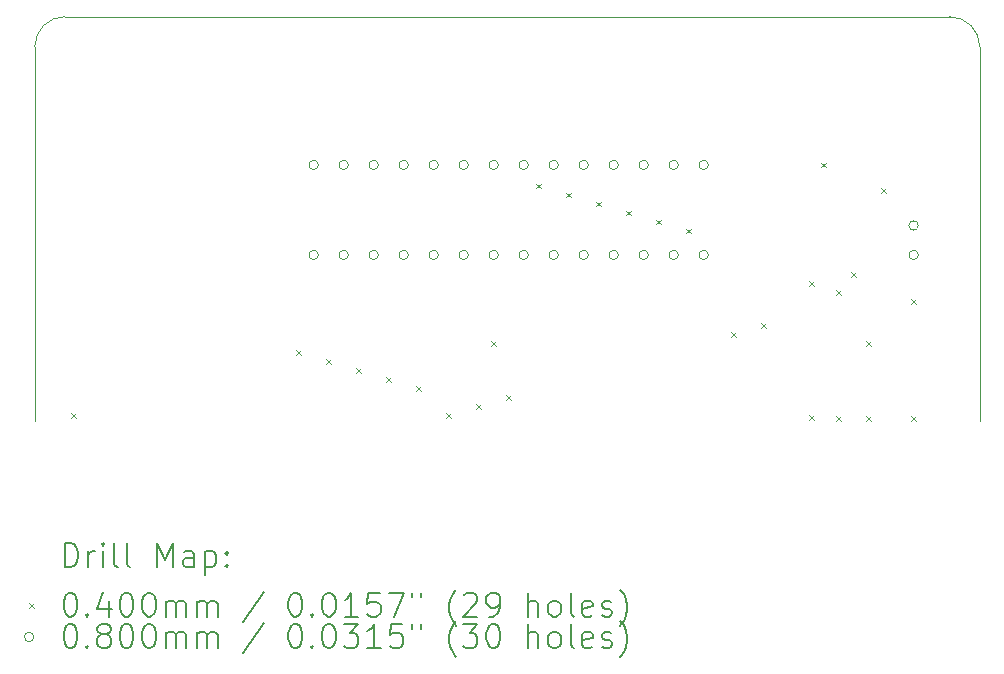
<source format=gbr>
%TF.GenerationSoftware,KiCad,Pcbnew,7.0.3*%
%TF.CreationDate,2023-05-28T21:57:57+08:00*%
%TF.ProjectId,CartdrigeDev,43617274-6472-4696-9765-4465762e6b69,rev?*%
%TF.SameCoordinates,Original*%
%TF.FileFunction,Drillmap*%
%TF.FilePolarity,Positive*%
%FSLAX45Y45*%
G04 Gerber Fmt 4.5, Leading zero omitted, Abs format (unit mm)*
G04 Created by KiCad (PCBNEW 7.0.3) date 2023-05-28 21:57:57*
%MOMM*%
%LPD*%
G01*
G04 APERTURE LIST*
%ADD10C,0.100000*%
%ADD11C,0.200000*%
%ADD12C,0.040000*%
%ADD13C,0.080000*%
G04 APERTURE END LIST*
D10*
X15163800Y-8661400D02*
X15165605Y-5488205D01*
X7418605Y-5234205D02*
G75*
G03*
X7164605Y-5488205I0J-254000D01*
G01*
X14911605Y-5234205D02*
X7418605Y-5234205D01*
X15165605Y-5488205D02*
G75*
G03*
X14911605Y-5234205I-253985J15D01*
G01*
X7164605Y-5488205D02*
X7162800Y-8661400D01*
D11*
D12*
X7473000Y-8590600D02*
X7513000Y-8630600D01*
X7513000Y-8590600D02*
X7473000Y-8630600D01*
X9378000Y-8057200D02*
X9418000Y-8097200D01*
X9418000Y-8057200D02*
X9378000Y-8097200D01*
X9632000Y-8133400D02*
X9672000Y-8173400D01*
X9672000Y-8133400D02*
X9632000Y-8173400D01*
X9886000Y-8209600D02*
X9926000Y-8249600D01*
X9926000Y-8209600D02*
X9886000Y-8249600D01*
X10140000Y-8285800D02*
X10180000Y-8325800D01*
X10180000Y-8285800D02*
X10140000Y-8325800D01*
X10394000Y-8362000D02*
X10434000Y-8402000D01*
X10434000Y-8362000D02*
X10394000Y-8402000D01*
X10648000Y-8590600D02*
X10688000Y-8630600D01*
X10688000Y-8590600D02*
X10648000Y-8630600D01*
X10902000Y-8514400D02*
X10942000Y-8554400D01*
X10942000Y-8514400D02*
X10902000Y-8554400D01*
X11029000Y-7981000D02*
X11069000Y-8021000D01*
X11069000Y-7981000D02*
X11029000Y-8021000D01*
X11156000Y-8438200D02*
X11196000Y-8478200D01*
X11196000Y-8438200D02*
X11156000Y-8478200D01*
X11410000Y-6647500D02*
X11450000Y-6687500D01*
X11450000Y-6647500D02*
X11410000Y-6687500D01*
X11664000Y-6723700D02*
X11704000Y-6763700D01*
X11704000Y-6723700D02*
X11664000Y-6763700D01*
X11918000Y-6799900D02*
X11958000Y-6839900D01*
X11958000Y-6799900D02*
X11918000Y-6839900D01*
X12172000Y-6876100D02*
X12212000Y-6916100D01*
X12212000Y-6876100D02*
X12172000Y-6916100D01*
X12426000Y-6952300D02*
X12466000Y-6992300D01*
X12466000Y-6952300D02*
X12426000Y-6992300D01*
X12680000Y-7028500D02*
X12720000Y-7068500D01*
X12720000Y-7028500D02*
X12680000Y-7068500D01*
X13061000Y-7904800D02*
X13101000Y-7944800D01*
X13101000Y-7904800D02*
X13061000Y-7944800D01*
X13315000Y-7828600D02*
X13355000Y-7868600D01*
X13355000Y-7828600D02*
X13315000Y-7868600D01*
X13721400Y-7473000D02*
X13761400Y-7513000D01*
X13761400Y-7473000D02*
X13721400Y-7513000D01*
X13721400Y-8609650D02*
X13761400Y-8649650D01*
X13761400Y-8609650D02*
X13721400Y-8649650D01*
X13823000Y-6469700D02*
X13863000Y-6509700D01*
X13863000Y-6469700D02*
X13823000Y-6509700D01*
X13950000Y-7549200D02*
X13990000Y-7589200D01*
X13990000Y-7549200D02*
X13950000Y-7589200D01*
X13950000Y-8616000D02*
X13990000Y-8656000D01*
X13990000Y-8616000D02*
X13950000Y-8656000D01*
X14077000Y-7396800D02*
X14117000Y-7436800D01*
X14117000Y-7396800D02*
X14077000Y-7436800D01*
X14204000Y-7981000D02*
X14244000Y-8021000D01*
X14244000Y-7981000D02*
X14204000Y-8021000D01*
X14204000Y-8616000D02*
X14244000Y-8656000D01*
X14244000Y-8616000D02*
X14204000Y-8656000D01*
X14331000Y-6685600D02*
X14371000Y-6725600D01*
X14371000Y-6685600D02*
X14331000Y-6725600D01*
X14585000Y-7625400D02*
X14625000Y-7665400D01*
X14625000Y-7625400D02*
X14585000Y-7665400D01*
X14585000Y-8616000D02*
X14625000Y-8656000D01*
X14625000Y-8616000D02*
X14585000Y-8656000D01*
D13*
X9565000Y-6489700D02*
G75*
G03*
X9565000Y-6489700I-40000J0D01*
G01*
X9565000Y-7251700D02*
G75*
G03*
X9565000Y-7251700I-40000J0D01*
G01*
X9819000Y-6489700D02*
G75*
G03*
X9819000Y-6489700I-40000J0D01*
G01*
X9819000Y-7251700D02*
G75*
G03*
X9819000Y-7251700I-40000J0D01*
G01*
X10073000Y-6489700D02*
G75*
G03*
X10073000Y-6489700I-40000J0D01*
G01*
X10073000Y-7251700D02*
G75*
G03*
X10073000Y-7251700I-40000J0D01*
G01*
X10327000Y-6489700D02*
G75*
G03*
X10327000Y-6489700I-40000J0D01*
G01*
X10327000Y-7251700D02*
G75*
G03*
X10327000Y-7251700I-40000J0D01*
G01*
X10581000Y-6489700D02*
G75*
G03*
X10581000Y-6489700I-40000J0D01*
G01*
X10581000Y-7251700D02*
G75*
G03*
X10581000Y-7251700I-40000J0D01*
G01*
X10835000Y-6489700D02*
G75*
G03*
X10835000Y-6489700I-40000J0D01*
G01*
X10835000Y-7251700D02*
G75*
G03*
X10835000Y-7251700I-40000J0D01*
G01*
X11089000Y-6489700D02*
G75*
G03*
X11089000Y-6489700I-40000J0D01*
G01*
X11089000Y-7251700D02*
G75*
G03*
X11089000Y-7251700I-40000J0D01*
G01*
X11343000Y-6489700D02*
G75*
G03*
X11343000Y-6489700I-40000J0D01*
G01*
X11343000Y-7251700D02*
G75*
G03*
X11343000Y-7251700I-40000J0D01*
G01*
X11597000Y-6489700D02*
G75*
G03*
X11597000Y-6489700I-40000J0D01*
G01*
X11597000Y-7251700D02*
G75*
G03*
X11597000Y-7251700I-40000J0D01*
G01*
X11851000Y-6489700D02*
G75*
G03*
X11851000Y-6489700I-40000J0D01*
G01*
X11851000Y-7251700D02*
G75*
G03*
X11851000Y-7251700I-40000J0D01*
G01*
X12105000Y-6489700D02*
G75*
G03*
X12105000Y-6489700I-40000J0D01*
G01*
X12105000Y-7251700D02*
G75*
G03*
X12105000Y-7251700I-40000J0D01*
G01*
X12359000Y-6489700D02*
G75*
G03*
X12359000Y-6489700I-40000J0D01*
G01*
X12359000Y-7251700D02*
G75*
G03*
X12359000Y-7251700I-40000J0D01*
G01*
X12613000Y-6489700D02*
G75*
G03*
X12613000Y-6489700I-40000J0D01*
G01*
X12613000Y-7251700D02*
G75*
G03*
X12613000Y-7251700I-40000J0D01*
G01*
X12867000Y-6489700D02*
G75*
G03*
X12867000Y-6489700I-40000J0D01*
G01*
X12867000Y-7251700D02*
G75*
G03*
X12867000Y-7251700I-40000J0D01*
G01*
X14645000Y-7001700D02*
G75*
G03*
X14645000Y-7001700I-40000J0D01*
G01*
X14645000Y-7251700D02*
G75*
G03*
X14645000Y-7251700I-40000J0D01*
G01*
D11*
X7417577Y-9893284D02*
X7417577Y-9693284D01*
X7417577Y-9693284D02*
X7465196Y-9693284D01*
X7465196Y-9693284D02*
X7493767Y-9702808D01*
X7493767Y-9702808D02*
X7512815Y-9721855D01*
X7512815Y-9721855D02*
X7522339Y-9740903D01*
X7522339Y-9740903D02*
X7531862Y-9778998D01*
X7531862Y-9778998D02*
X7531862Y-9807570D01*
X7531862Y-9807570D02*
X7522339Y-9845665D01*
X7522339Y-9845665D02*
X7512815Y-9864712D01*
X7512815Y-9864712D02*
X7493767Y-9883760D01*
X7493767Y-9883760D02*
X7465196Y-9893284D01*
X7465196Y-9893284D02*
X7417577Y-9893284D01*
X7617577Y-9893284D02*
X7617577Y-9759950D01*
X7617577Y-9798046D02*
X7627101Y-9778998D01*
X7627101Y-9778998D02*
X7636624Y-9769474D01*
X7636624Y-9769474D02*
X7655672Y-9759950D01*
X7655672Y-9759950D02*
X7674720Y-9759950D01*
X7741386Y-9893284D02*
X7741386Y-9759950D01*
X7741386Y-9693284D02*
X7731862Y-9702808D01*
X7731862Y-9702808D02*
X7741386Y-9712331D01*
X7741386Y-9712331D02*
X7750910Y-9702808D01*
X7750910Y-9702808D02*
X7741386Y-9693284D01*
X7741386Y-9693284D02*
X7741386Y-9712331D01*
X7865196Y-9893284D02*
X7846148Y-9883760D01*
X7846148Y-9883760D02*
X7836624Y-9864712D01*
X7836624Y-9864712D02*
X7836624Y-9693284D01*
X7969958Y-9893284D02*
X7950910Y-9883760D01*
X7950910Y-9883760D02*
X7941386Y-9864712D01*
X7941386Y-9864712D02*
X7941386Y-9693284D01*
X8198529Y-9893284D02*
X8198529Y-9693284D01*
X8198529Y-9693284D02*
X8265196Y-9836141D01*
X8265196Y-9836141D02*
X8331862Y-9693284D01*
X8331862Y-9693284D02*
X8331862Y-9893284D01*
X8512815Y-9893284D02*
X8512815Y-9788522D01*
X8512815Y-9788522D02*
X8503291Y-9769474D01*
X8503291Y-9769474D02*
X8484244Y-9759950D01*
X8484244Y-9759950D02*
X8446148Y-9759950D01*
X8446148Y-9759950D02*
X8427101Y-9769474D01*
X8512815Y-9883760D02*
X8493767Y-9893284D01*
X8493767Y-9893284D02*
X8446148Y-9893284D01*
X8446148Y-9893284D02*
X8427101Y-9883760D01*
X8427101Y-9883760D02*
X8417577Y-9864712D01*
X8417577Y-9864712D02*
X8417577Y-9845665D01*
X8417577Y-9845665D02*
X8427101Y-9826617D01*
X8427101Y-9826617D02*
X8446148Y-9817093D01*
X8446148Y-9817093D02*
X8493767Y-9817093D01*
X8493767Y-9817093D02*
X8512815Y-9807570D01*
X8608053Y-9759950D02*
X8608053Y-9959950D01*
X8608053Y-9769474D02*
X8627101Y-9759950D01*
X8627101Y-9759950D02*
X8665196Y-9759950D01*
X8665196Y-9759950D02*
X8684244Y-9769474D01*
X8684244Y-9769474D02*
X8693767Y-9778998D01*
X8693767Y-9778998D02*
X8703291Y-9798046D01*
X8703291Y-9798046D02*
X8703291Y-9855189D01*
X8703291Y-9855189D02*
X8693767Y-9874236D01*
X8693767Y-9874236D02*
X8684244Y-9883760D01*
X8684244Y-9883760D02*
X8665196Y-9893284D01*
X8665196Y-9893284D02*
X8627101Y-9893284D01*
X8627101Y-9893284D02*
X8608053Y-9883760D01*
X8789005Y-9874236D02*
X8798529Y-9883760D01*
X8798529Y-9883760D02*
X8789005Y-9893284D01*
X8789005Y-9893284D02*
X8779482Y-9883760D01*
X8779482Y-9883760D02*
X8789005Y-9874236D01*
X8789005Y-9874236D02*
X8789005Y-9893284D01*
X8789005Y-9769474D02*
X8798529Y-9778998D01*
X8798529Y-9778998D02*
X8789005Y-9788522D01*
X8789005Y-9788522D02*
X8779482Y-9778998D01*
X8779482Y-9778998D02*
X8789005Y-9769474D01*
X8789005Y-9769474D02*
X8789005Y-9788522D01*
D12*
X7116800Y-10201800D02*
X7156800Y-10241800D01*
X7156800Y-10201800D02*
X7116800Y-10241800D01*
D11*
X7455672Y-10113284D02*
X7474720Y-10113284D01*
X7474720Y-10113284D02*
X7493767Y-10122808D01*
X7493767Y-10122808D02*
X7503291Y-10132331D01*
X7503291Y-10132331D02*
X7512815Y-10151379D01*
X7512815Y-10151379D02*
X7522339Y-10189474D01*
X7522339Y-10189474D02*
X7522339Y-10237093D01*
X7522339Y-10237093D02*
X7512815Y-10275189D01*
X7512815Y-10275189D02*
X7503291Y-10294236D01*
X7503291Y-10294236D02*
X7493767Y-10303760D01*
X7493767Y-10303760D02*
X7474720Y-10313284D01*
X7474720Y-10313284D02*
X7455672Y-10313284D01*
X7455672Y-10313284D02*
X7436624Y-10303760D01*
X7436624Y-10303760D02*
X7427101Y-10294236D01*
X7427101Y-10294236D02*
X7417577Y-10275189D01*
X7417577Y-10275189D02*
X7408053Y-10237093D01*
X7408053Y-10237093D02*
X7408053Y-10189474D01*
X7408053Y-10189474D02*
X7417577Y-10151379D01*
X7417577Y-10151379D02*
X7427101Y-10132331D01*
X7427101Y-10132331D02*
X7436624Y-10122808D01*
X7436624Y-10122808D02*
X7455672Y-10113284D01*
X7608053Y-10294236D02*
X7617577Y-10303760D01*
X7617577Y-10303760D02*
X7608053Y-10313284D01*
X7608053Y-10313284D02*
X7598529Y-10303760D01*
X7598529Y-10303760D02*
X7608053Y-10294236D01*
X7608053Y-10294236D02*
X7608053Y-10313284D01*
X7789005Y-10179950D02*
X7789005Y-10313284D01*
X7741386Y-10103760D02*
X7693767Y-10246617D01*
X7693767Y-10246617D02*
X7817577Y-10246617D01*
X7931862Y-10113284D02*
X7950910Y-10113284D01*
X7950910Y-10113284D02*
X7969958Y-10122808D01*
X7969958Y-10122808D02*
X7979482Y-10132331D01*
X7979482Y-10132331D02*
X7989005Y-10151379D01*
X7989005Y-10151379D02*
X7998529Y-10189474D01*
X7998529Y-10189474D02*
X7998529Y-10237093D01*
X7998529Y-10237093D02*
X7989005Y-10275189D01*
X7989005Y-10275189D02*
X7979482Y-10294236D01*
X7979482Y-10294236D02*
X7969958Y-10303760D01*
X7969958Y-10303760D02*
X7950910Y-10313284D01*
X7950910Y-10313284D02*
X7931862Y-10313284D01*
X7931862Y-10313284D02*
X7912815Y-10303760D01*
X7912815Y-10303760D02*
X7903291Y-10294236D01*
X7903291Y-10294236D02*
X7893767Y-10275189D01*
X7893767Y-10275189D02*
X7884243Y-10237093D01*
X7884243Y-10237093D02*
X7884243Y-10189474D01*
X7884243Y-10189474D02*
X7893767Y-10151379D01*
X7893767Y-10151379D02*
X7903291Y-10132331D01*
X7903291Y-10132331D02*
X7912815Y-10122808D01*
X7912815Y-10122808D02*
X7931862Y-10113284D01*
X8122339Y-10113284D02*
X8141386Y-10113284D01*
X8141386Y-10113284D02*
X8160434Y-10122808D01*
X8160434Y-10122808D02*
X8169958Y-10132331D01*
X8169958Y-10132331D02*
X8179482Y-10151379D01*
X8179482Y-10151379D02*
X8189005Y-10189474D01*
X8189005Y-10189474D02*
X8189005Y-10237093D01*
X8189005Y-10237093D02*
X8179482Y-10275189D01*
X8179482Y-10275189D02*
X8169958Y-10294236D01*
X8169958Y-10294236D02*
X8160434Y-10303760D01*
X8160434Y-10303760D02*
X8141386Y-10313284D01*
X8141386Y-10313284D02*
X8122339Y-10313284D01*
X8122339Y-10313284D02*
X8103291Y-10303760D01*
X8103291Y-10303760D02*
X8093767Y-10294236D01*
X8093767Y-10294236D02*
X8084243Y-10275189D01*
X8084243Y-10275189D02*
X8074720Y-10237093D01*
X8074720Y-10237093D02*
X8074720Y-10189474D01*
X8074720Y-10189474D02*
X8084243Y-10151379D01*
X8084243Y-10151379D02*
X8093767Y-10132331D01*
X8093767Y-10132331D02*
X8103291Y-10122808D01*
X8103291Y-10122808D02*
X8122339Y-10113284D01*
X8274720Y-10313284D02*
X8274720Y-10179950D01*
X8274720Y-10198998D02*
X8284243Y-10189474D01*
X8284243Y-10189474D02*
X8303291Y-10179950D01*
X8303291Y-10179950D02*
X8331863Y-10179950D01*
X8331863Y-10179950D02*
X8350910Y-10189474D01*
X8350910Y-10189474D02*
X8360434Y-10208522D01*
X8360434Y-10208522D02*
X8360434Y-10313284D01*
X8360434Y-10208522D02*
X8369958Y-10189474D01*
X8369958Y-10189474D02*
X8389005Y-10179950D01*
X8389005Y-10179950D02*
X8417577Y-10179950D01*
X8417577Y-10179950D02*
X8436625Y-10189474D01*
X8436625Y-10189474D02*
X8446148Y-10208522D01*
X8446148Y-10208522D02*
X8446148Y-10313284D01*
X8541386Y-10313284D02*
X8541386Y-10179950D01*
X8541386Y-10198998D02*
X8550910Y-10189474D01*
X8550910Y-10189474D02*
X8569958Y-10179950D01*
X8569958Y-10179950D02*
X8598529Y-10179950D01*
X8598529Y-10179950D02*
X8617577Y-10189474D01*
X8617577Y-10189474D02*
X8627101Y-10208522D01*
X8627101Y-10208522D02*
X8627101Y-10313284D01*
X8627101Y-10208522D02*
X8636625Y-10189474D01*
X8636625Y-10189474D02*
X8655672Y-10179950D01*
X8655672Y-10179950D02*
X8684244Y-10179950D01*
X8684244Y-10179950D02*
X8703291Y-10189474D01*
X8703291Y-10189474D02*
X8712815Y-10208522D01*
X8712815Y-10208522D02*
X8712815Y-10313284D01*
X9103291Y-10103760D02*
X8931863Y-10360903D01*
X9360434Y-10113284D02*
X9379482Y-10113284D01*
X9379482Y-10113284D02*
X9398529Y-10122808D01*
X9398529Y-10122808D02*
X9408053Y-10132331D01*
X9408053Y-10132331D02*
X9417577Y-10151379D01*
X9417577Y-10151379D02*
X9427101Y-10189474D01*
X9427101Y-10189474D02*
X9427101Y-10237093D01*
X9427101Y-10237093D02*
X9417577Y-10275189D01*
X9417577Y-10275189D02*
X9408053Y-10294236D01*
X9408053Y-10294236D02*
X9398529Y-10303760D01*
X9398529Y-10303760D02*
X9379482Y-10313284D01*
X9379482Y-10313284D02*
X9360434Y-10313284D01*
X9360434Y-10313284D02*
X9341387Y-10303760D01*
X9341387Y-10303760D02*
X9331863Y-10294236D01*
X9331863Y-10294236D02*
X9322339Y-10275189D01*
X9322339Y-10275189D02*
X9312815Y-10237093D01*
X9312815Y-10237093D02*
X9312815Y-10189474D01*
X9312815Y-10189474D02*
X9322339Y-10151379D01*
X9322339Y-10151379D02*
X9331863Y-10132331D01*
X9331863Y-10132331D02*
X9341387Y-10122808D01*
X9341387Y-10122808D02*
X9360434Y-10113284D01*
X9512815Y-10294236D02*
X9522339Y-10303760D01*
X9522339Y-10303760D02*
X9512815Y-10313284D01*
X9512815Y-10313284D02*
X9503291Y-10303760D01*
X9503291Y-10303760D02*
X9512815Y-10294236D01*
X9512815Y-10294236D02*
X9512815Y-10313284D01*
X9646148Y-10113284D02*
X9665196Y-10113284D01*
X9665196Y-10113284D02*
X9684244Y-10122808D01*
X9684244Y-10122808D02*
X9693768Y-10132331D01*
X9693768Y-10132331D02*
X9703291Y-10151379D01*
X9703291Y-10151379D02*
X9712815Y-10189474D01*
X9712815Y-10189474D02*
X9712815Y-10237093D01*
X9712815Y-10237093D02*
X9703291Y-10275189D01*
X9703291Y-10275189D02*
X9693768Y-10294236D01*
X9693768Y-10294236D02*
X9684244Y-10303760D01*
X9684244Y-10303760D02*
X9665196Y-10313284D01*
X9665196Y-10313284D02*
X9646148Y-10313284D01*
X9646148Y-10313284D02*
X9627101Y-10303760D01*
X9627101Y-10303760D02*
X9617577Y-10294236D01*
X9617577Y-10294236D02*
X9608053Y-10275189D01*
X9608053Y-10275189D02*
X9598529Y-10237093D01*
X9598529Y-10237093D02*
X9598529Y-10189474D01*
X9598529Y-10189474D02*
X9608053Y-10151379D01*
X9608053Y-10151379D02*
X9617577Y-10132331D01*
X9617577Y-10132331D02*
X9627101Y-10122808D01*
X9627101Y-10122808D02*
X9646148Y-10113284D01*
X9903291Y-10313284D02*
X9789006Y-10313284D01*
X9846148Y-10313284D02*
X9846148Y-10113284D01*
X9846148Y-10113284D02*
X9827101Y-10141855D01*
X9827101Y-10141855D02*
X9808053Y-10160903D01*
X9808053Y-10160903D02*
X9789006Y-10170427D01*
X10084244Y-10113284D02*
X9989006Y-10113284D01*
X9989006Y-10113284D02*
X9979482Y-10208522D01*
X9979482Y-10208522D02*
X9989006Y-10198998D01*
X9989006Y-10198998D02*
X10008053Y-10189474D01*
X10008053Y-10189474D02*
X10055672Y-10189474D01*
X10055672Y-10189474D02*
X10074720Y-10198998D01*
X10074720Y-10198998D02*
X10084244Y-10208522D01*
X10084244Y-10208522D02*
X10093768Y-10227570D01*
X10093768Y-10227570D02*
X10093768Y-10275189D01*
X10093768Y-10275189D02*
X10084244Y-10294236D01*
X10084244Y-10294236D02*
X10074720Y-10303760D01*
X10074720Y-10303760D02*
X10055672Y-10313284D01*
X10055672Y-10313284D02*
X10008053Y-10313284D01*
X10008053Y-10313284D02*
X9989006Y-10303760D01*
X9989006Y-10303760D02*
X9979482Y-10294236D01*
X10160434Y-10113284D02*
X10293768Y-10113284D01*
X10293768Y-10113284D02*
X10208053Y-10313284D01*
X10360434Y-10113284D02*
X10360434Y-10151379D01*
X10436625Y-10113284D02*
X10436625Y-10151379D01*
X10731863Y-10389474D02*
X10722339Y-10379950D01*
X10722339Y-10379950D02*
X10703291Y-10351379D01*
X10703291Y-10351379D02*
X10693768Y-10332331D01*
X10693768Y-10332331D02*
X10684244Y-10303760D01*
X10684244Y-10303760D02*
X10674720Y-10256141D01*
X10674720Y-10256141D02*
X10674720Y-10218046D01*
X10674720Y-10218046D02*
X10684244Y-10170427D01*
X10684244Y-10170427D02*
X10693768Y-10141855D01*
X10693768Y-10141855D02*
X10703291Y-10122808D01*
X10703291Y-10122808D02*
X10722339Y-10094236D01*
X10722339Y-10094236D02*
X10731863Y-10084712D01*
X10798530Y-10132331D02*
X10808053Y-10122808D01*
X10808053Y-10122808D02*
X10827101Y-10113284D01*
X10827101Y-10113284D02*
X10874720Y-10113284D01*
X10874720Y-10113284D02*
X10893768Y-10122808D01*
X10893768Y-10122808D02*
X10903291Y-10132331D01*
X10903291Y-10132331D02*
X10912815Y-10151379D01*
X10912815Y-10151379D02*
X10912815Y-10170427D01*
X10912815Y-10170427D02*
X10903291Y-10198998D01*
X10903291Y-10198998D02*
X10789006Y-10313284D01*
X10789006Y-10313284D02*
X10912815Y-10313284D01*
X11008053Y-10313284D02*
X11046149Y-10313284D01*
X11046149Y-10313284D02*
X11065196Y-10303760D01*
X11065196Y-10303760D02*
X11074720Y-10294236D01*
X11074720Y-10294236D02*
X11093768Y-10265665D01*
X11093768Y-10265665D02*
X11103291Y-10227570D01*
X11103291Y-10227570D02*
X11103291Y-10151379D01*
X11103291Y-10151379D02*
X11093768Y-10132331D01*
X11093768Y-10132331D02*
X11084244Y-10122808D01*
X11084244Y-10122808D02*
X11065196Y-10113284D01*
X11065196Y-10113284D02*
X11027101Y-10113284D01*
X11027101Y-10113284D02*
X11008053Y-10122808D01*
X11008053Y-10122808D02*
X10998530Y-10132331D01*
X10998530Y-10132331D02*
X10989006Y-10151379D01*
X10989006Y-10151379D02*
X10989006Y-10198998D01*
X10989006Y-10198998D02*
X10998530Y-10218046D01*
X10998530Y-10218046D02*
X11008053Y-10227570D01*
X11008053Y-10227570D02*
X11027101Y-10237093D01*
X11027101Y-10237093D02*
X11065196Y-10237093D01*
X11065196Y-10237093D02*
X11084244Y-10227570D01*
X11084244Y-10227570D02*
X11093768Y-10218046D01*
X11093768Y-10218046D02*
X11103291Y-10198998D01*
X11341387Y-10313284D02*
X11341387Y-10113284D01*
X11427101Y-10313284D02*
X11427101Y-10208522D01*
X11427101Y-10208522D02*
X11417577Y-10189474D01*
X11417577Y-10189474D02*
X11398530Y-10179950D01*
X11398530Y-10179950D02*
X11369958Y-10179950D01*
X11369958Y-10179950D02*
X11350910Y-10189474D01*
X11350910Y-10189474D02*
X11341387Y-10198998D01*
X11550910Y-10313284D02*
X11531863Y-10303760D01*
X11531863Y-10303760D02*
X11522339Y-10294236D01*
X11522339Y-10294236D02*
X11512815Y-10275189D01*
X11512815Y-10275189D02*
X11512815Y-10218046D01*
X11512815Y-10218046D02*
X11522339Y-10198998D01*
X11522339Y-10198998D02*
X11531863Y-10189474D01*
X11531863Y-10189474D02*
X11550910Y-10179950D01*
X11550910Y-10179950D02*
X11579482Y-10179950D01*
X11579482Y-10179950D02*
X11598530Y-10189474D01*
X11598530Y-10189474D02*
X11608053Y-10198998D01*
X11608053Y-10198998D02*
X11617577Y-10218046D01*
X11617577Y-10218046D02*
X11617577Y-10275189D01*
X11617577Y-10275189D02*
X11608053Y-10294236D01*
X11608053Y-10294236D02*
X11598530Y-10303760D01*
X11598530Y-10303760D02*
X11579482Y-10313284D01*
X11579482Y-10313284D02*
X11550910Y-10313284D01*
X11731863Y-10313284D02*
X11712815Y-10303760D01*
X11712815Y-10303760D02*
X11703291Y-10284712D01*
X11703291Y-10284712D02*
X11703291Y-10113284D01*
X11884244Y-10303760D02*
X11865196Y-10313284D01*
X11865196Y-10313284D02*
X11827101Y-10313284D01*
X11827101Y-10313284D02*
X11808053Y-10303760D01*
X11808053Y-10303760D02*
X11798530Y-10284712D01*
X11798530Y-10284712D02*
X11798530Y-10208522D01*
X11798530Y-10208522D02*
X11808053Y-10189474D01*
X11808053Y-10189474D02*
X11827101Y-10179950D01*
X11827101Y-10179950D02*
X11865196Y-10179950D01*
X11865196Y-10179950D02*
X11884244Y-10189474D01*
X11884244Y-10189474D02*
X11893768Y-10208522D01*
X11893768Y-10208522D02*
X11893768Y-10227570D01*
X11893768Y-10227570D02*
X11798530Y-10246617D01*
X11969958Y-10303760D02*
X11989006Y-10313284D01*
X11989006Y-10313284D02*
X12027101Y-10313284D01*
X12027101Y-10313284D02*
X12046149Y-10303760D01*
X12046149Y-10303760D02*
X12055672Y-10284712D01*
X12055672Y-10284712D02*
X12055672Y-10275189D01*
X12055672Y-10275189D02*
X12046149Y-10256141D01*
X12046149Y-10256141D02*
X12027101Y-10246617D01*
X12027101Y-10246617D02*
X11998530Y-10246617D01*
X11998530Y-10246617D02*
X11979482Y-10237093D01*
X11979482Y-10237093D02*
X11969958Y-10218046D01*
X11969958Y-10218046D02*
X11969958Y-10208522D01*
X11969958Y-10208522D02*
X11979482Y-10189474D01*
X11979482Y-10189474D02*
X11998530Y-10179950D01*
X11998530Y-10179950D02*
X12027101Y-10179950D01*
X12027101Y-10179950D02*
X12046149Y-10189474D01*
X12122339Y-10389474D02*
X12131863Y-10379950D01*
X12131863Y-10379950D02*
X12150911Y-10351379D01*
X12150911Y-10351379D02*
X12160434Y-10332331D01*
X12160434Y-10332331D02*
X12169958Y-10303760D01*
X12169958Y-10303760D02*
X12179482Y-10256141D01*
X12179482Y-10256141D02*
X12179482Y-10218046D01*
X12179482Y-10218046D02*
X12169958Y-10170427D01*
X12169958Y-10170427D02*
X12160434Y-10141855D01*
X12160434Y-10141855D02*
X12150911Y-10122808D01*
X12150911Y-10122808D02*
X12131863Y-10094236D01*
X12131863Y-10094236D02*
X12122339Y-10084712D01*
D13*
X7156800Y-10485800D02*
G75*
G03*
X7156800Y-10485800I-40000J0D01*
G01*
D11*
X7455672Y-10377284D02*
X7474720Y-10377284D01*
X7474720Y-10377284D02*
X7493767Y-10386808D01*
X7493767Y-10386808D02*
X7503291Y-10396331D01*
X7503291Y-10396331D02*
X7512815Y-10415379D01*
X7512815Y-10415379D02*
X7522339Y-10453474D01*
X7522339Y-10453474D02*
X7522339Y-10501093D01*
X7522339Y-10501093D02*
X7512815Y-10539189D01*
X7512815Y-10539189D02*
X7503291Y-10558236D01*
X7503291Y-10558236D02*
X7493767Y-10567760D01*
X7493767Y-10567760D02*
X7474720Y-10577284D01*
X7474720Y-10577284D02*
X7455672Y-10577284D01*
X7455672Y-10577284D02*
X7436624Y-10567760D01*
X7436624Y-10567760D02*
X7427101Y-10558236D01*
X7427101Y-10558236D02*
X7417577Y-10539189D01*
X7417577Y-10539189D02*
X7408053Y-10501093D01*
X7408053Y-10501093D02*
X7408053Y-10453474D01*
X7408053Y-10453474D02*
X7417577Y-10415379D01*
X7417577Y-10415379D02*
X7427101Y-10396331D01*
X7427101Y-10396331D02*
X7436624Y-10386808D01*
X7436624Y-10386808D02*
X7455672Y-10377284D01*
X7608053Y-10558236D02*
X7617577Y-10567760D01*
X7617577Y-10567760D02*
X7608053Y-10577284D01*
X7608053Y-10577284D02*
X7598529Y-10567760D01*
X7598529Y-10567760D02*
X7608053Y-10558236D01*
X7608053Y-10558236D02*
X7608053Y-10577284D01*
X7731862Y-10462998D02*
X7712815Y-10453474D01*
X7712815Y-10453474D02*
X7703291Y-10443950D01*
X7703291Y-10443950D02*
X7693767Y-10424903D01*
X7693767Y-10424903D02*
X7693767Y-10415379D01*
X7693767Y-10415379D02*
X7703291Y-10396331D01*
X7703291Y-10396331D02*
X7712815Y-10386808D01*
X7712815Y-10386808D02*
X7731862Y-10377284D01*
X7731862Y-10377284D02*
X7769958Y-10377284D01*
X7769958Y-10377284D02*
X7789005Y-10386808D01*
X7789005Y-10386808D02*
X7798529Y-10396331D01*
X7798529Y-10396331D02*
X7808053Y-10415379D01*
X7808053Y-10415379D02*
X7808053Y-10424903D01*
X7808053Y-10424903D02*
X7798529Y-10443950D01*
X7798529Y-10443950D02*
X7789005Y-10453474D01*
X7789005Y-10453474D02*
X7769958Y-10462998D01*
X7769958Y-10462998D02*
X7731862Y-10462998D01*
X7731862Y-10462998D02*
X7712815Y-10472522D01*
X7712815Y-10472522D02*
X7703291Y-10482046D01*
X7703291Y-10482046D02*
X7693767Y-10501093D01*
X7693767Y-10501093D02*
X7693767Y-10539189D01*
X7693767Y-10539189D02*
X7703291Y-10558236D01*
X7703291Y-10558236D02*
X7712815Y-10567760D01*
X7712815Y-10567760D02*
X7731862Y-10577284D01*
X7731862Y-10577284D02*
X7769958Y-10577284D01*
X7769958Y-10577284D02*
X7789005Y-10567760D01*
X7789005Y-10567760D02*
X7798529Y-10558236D01*
X7798529Y-10558236D02*
X7808053Y-10539189D01*
X7808053Y-10539189D02*
X7808053Y-10501093D01*
X7808053Y-10501093D02*
X7798529Y-10482046D01*
X7798529Y-10482046D02*
X7789005Y-10472522D01*
X7789005Y-10472522D02*
X7769958Y-10462998D01*
X7931862Y-10377284D02*
X7950910Y-10377284D01*
X7950910Y-10377284D02*
X7969958Y-10386808D01*
X7969958Y-10386808D02*
X7979482Y-10396331D01*
X7979482Y-10396331D02*
X7989005Y-10415379D01*
X7989005Y-10415379D02*
X7998529Y-10453474D01*
X7998529Y-10453474D02*
X7998529Y-10501093D01*
X7998529Y-10501093D02*
X7989005Y-10539189D01*
X7989005Y-10539189D02*
X7979482Y-10558236D01*
X7979482Y-10558236D02*
X7969958Y-10567760D01*
X7969958Y-10567760D02*
X7950910Y-10577284D01*
X7950910Y-10577284D02*
X7931862Y-10577284D01*
X7931862Y-10577284D02*
X7912815Y-10567760D01*
X7912815Y-10567760D02*
X7903291Y-10558236D01*
X7903291Y-10558236D02*
X7893767Y-10539189D01*
X7893767Y-10539189D02*
X7884243Y-10501093D01*
X7884243Y-10501093D02*
X7884243Y-10453474D01*
X7884243Y-10453474D02*
X7893767Y-10415379D01*
X7893767Y-10415379D02*
X7903291Y-10396331D01*
X7903291Y-10396331D02*
X7912815Y-10386808D01*
X7912815Y-10386808D02*
X7931862Y-10377284D01*
X8122339Y-10377284D02*
X8141386Y-10377284D01*
X8141386Y-10377284D02*
X8160434Y-10386808D01*
X8160434Y-10386808D02*
X8169958Y-10396331D01*
X8169958Y-10396331D02*
X8179482Y-10415379D01*
X8179482Y-10415379D02*
X8189005Y-10453474D01*
X8189005Y-10453474D02*
X8189005Y-10501093D01*
X8189005Y-10501093D02*
X8179482Y-10539189D01*
X8179482Y-10539189D02*
X8169958Y-10558236D01*
X8169958Y-10558236D02*
X8160434Y-10567760D01*
X8160434Y-10567760D02*
X8141386Y-10577284D01*
X8141386Y-10577284D02*
X8122339Y-10577284D01*
X8122339Y-10577284D02*
X8103291Y-10567760D01*
X8103291Y-10567760D02*
X8093767Y-10558236D01*
X8093767Y-10558236D02*
X8084243Y-10539189D01*
X8084243Y-10539189D02*
X8074720Y-10501093D01*
X8074720Y-10501093D02*
X8074720Y-10453474D01*
X8074720Y-10453474D02*
X8084243Y-10415379D01*
X8084243Y-10415379D02*
X8093767Y-10396331D01*
X8093767Y-10396331D02*
X8103291Y-10386808D01*
X8103291Y-10386808D02*
X8122339Y-10377284D01*
X8274720Y-10577284D02*
X8274720Y-10443950D01*
X8274720Y-10462998D02*
X8284243Y-10453474D01*
X8284243Y-10453474D02*
X8303291Y-10443950D01*
X8303291Y-10443950D02*
X8331863Y-10443950D01*
X8331863Y-10443950D02*
X8350910Y-10453474D01*
X8350910Y-10453474D02*
X8360434Y-10472522D01*
X8360434Y-10472522D02*
X8360434Y-10577284D01*
X8360434Y-10472522D02*
X8369958Y-10453474D01*
X8369958Y-10453474D02*
X8389005Y-10443950D01*
X8389005Y-10443950D02*
X8417577Y-10443950D01*
X8417577Y-10443950D02*
X8436625Y-10453474D01*
X8436625Y-10453474D02*
X8446148Y-10472522D01*
X8446148Y-10472522D02*
X8446148Y-10577284D01*
X8541386Y-10577284D02*
X8541386Y-10443950D01*
X8541386Y-10462998D02*
X8550910Y-10453474D01*
X8550910Y-10453474D02*
X8569958Y-10443950D01*
X8569958Y-10443950D02*
X8598529Y-10443950D01*
X8598529Y-10443950D02*
X8617577Y-10453474D01*
X8617577Y-10453474D02*
X8627101Y-10472522D01*
X8627101Y-10472522D02*
X8627101Y-10577284D01*
X8627101Y-10472522D02*
X8636625Y-10453474D01*
X8636625Y-10453474D02*
X8655672Y-10443950D01*
X8655672Y-10443950D02*
X8684244Y-10443950D01*
X8684244Y-10443950D02*
X8703291Y-10453474D01*
X8703291Y-10453474D02*
X8712815Y-10472522D01*
X8712815Y-10472522D02*
X8712815Y-10577284D01*
X9103291Y-10367760D02*
X8931863Y-10624903D01*
X9360434Y-10377284D02*
X9379482Y-10377284D01*
X9379482Y-10377284D02*
X9398529Y-10386808D01*
X9398529Y-10386808D02*
X9408053Y-10396331D01*
X9408053Y-10396331D02*
X9417577Y-10415379D01*
X9417577Y-10415379D02*
X9427101Y-10453474D01*
X9427101Y-10453474D02*
X9427101Y-10501093D01*
X9427101Y-10501093D02*
X9417577Y-10539189D01*
X9417577Y-10539189D02*
X9408053Y-10558236D01*
X9408053Y-10558236D02*
X9398529Y-10567760D01*
X9398529Y-10567760D02*
X9379482Y-10577284D01*
X9379482Y-10577284D02*
X9360434Y-10577284D01*
X9360434Y-10577284D02*
X9341387Y-10567760D01*
X9341387Y-10567760D02*
X9331863Y-10558236D01*
X9331863Y-10558236D02*
X9322339Y-10539189D01*
X9322339Y-10539189D02*
X9312815Y-10501093D01*
X9312815Y-10501093D02*
X9312815Y-10453474D01*
X9312815Y-10453474D02*
X9322339Y-10415379D01*
X9322339Y-10415379D02*
X9331863Y-10396331D01*
X9331863Y-10396331D02*
X9341387Y-10386808D01*
X9341387Y-10386808D02*
X9360434Y-10377284D01*
X9512815Y-10558236D02*
X9522339Y-10567760D01*
X9522339Y-10567760D02*
X9512815Y-10577284D01*
X9512815Y-10577284D02*
X9503291Y-10567760D01*
X9503291Y-10567760D02*
X9512815Y-10558236D01*
X9512815Y-10558236D02*
X9512815Y-10577284D01*
X9646148Y-10377284D02*
X9665196Y-10377284D01*
X9665196Y-10377284D02*
X9684244Y-10386808D01*
X9684244Y-10386808D02*
X9693768Y-10396331D01*
X9693768Y-10396331D02*
X9703291Y-10415379D01*
X9703291Y-10415379D02*
X9712815Y-10453474D01*
X9712815Y-10453474D02*
X9712815Y-10501093D01*
X9712815Y-10501093D02*
X9703291Y-10539189D01*
X9703291Y-10539189D02*
X9693768Y-10558236D01*
X9693768Y-10558236D02*
X9684244Y-10567760D01*
X9684244Y-10567760D02*
X9665196Y-10577284D01*
X9665196Y-10577284D02*
X9646148Y-10577284D01*
X9646148Y-10577284D02*
X9627101Y-10567760D01*
X9627101Y-10567760D02*
X9617577Y-10558236D01*
X9617577Y-10558236D02*
X9608053Y-10539189D01*
X9608053Y-10539189D02*
X9598529Y-10501093D01*
X9598529Y-10501093D02*
X9598529Y-10453474D01*
X9598529Y-10453474D02*
X9608053Y-10415379D01*
X9608053Y-10415379D02*
X9617577Y-10396331D01*
X9617577Y-10396331D02*
X9627101Y-10386808D01*
X9627101Y-10386808D02*
X9646148Y-10377284D01*
X9779482Y-10377284D02*
X9903291Y-10377284D01*
X9903291Y-10377284D02*
X9836625Y-10453474D01*
X9836625Y-10453474D02*
X9865196Y-10453474D01*
X9865196Y-10453474D02*
X9884244Y-10462998D01*
X9884244Y-10462998D02*
X9893768Y-10472522D01*
X9893768Y-10472522D02*
X9903291Y-10491570D01*
X9903291Y-10491570D02*
X9903291Y-10539189D01*
X9903291Y-10539189D02*
X9893768Y-10558236D01*
X9893768Y-10558236D02*
X9884244Y-10567760D01*
X9884244Y-10567760D02*
X9865196Y-10577284D01*
X9865196Y-10577284D02*
X9808053Y-10577284D01*
X9808053Y-10577284D02*
X9789006Y-10567760D01*
X9789006Y-10567760D02*
X9779482Y-10558236D01*
X10093768Y-10577284D02*
X9979482Y-10577284D01*
X10036625Y-10577284D02*
X10036625Y-10377284D01*
X10036625Y-10377284D02*
X10017577Y-10405855D01*
X10017577Y-10405855D02*
X9998529Y-10424903D01*
X9998529Y-10424903D02*
X9979482Y-10434427D01*
X10274720Y-10377284D02*
X10179482Y-10377284D01*
X10179482Y-10377284D02*
X10169958Y-10472522D01*
X10169958Y-10472522D02*
X10179482Y-10462998D01*
X10179482Y-10462998D02*
X10198529Y-10453474D01*
X10198529Y-10453474D02*
X10246149Y-10453474D01*
X10246149Y-10453474D02*
X10265196Y-10462998D01*
X10265196Y-10462998D02*
X10274720Y-10472522D01*
X10274720Y-10472522D02*
X10284244Y-10491570D01*
X10284244Y-10491570D02*
X10284244Y-10539189D01*
X10284244Y-10539189D02*
X10274720Y-10558236D01*
X10274720Y-10558236D02*
X10265196Y-10567760D01*
X10265196Y-10567760D02*
X10246149Y-10577284D01*
X10246149Y-10577284D02*
X10198529Y-10577284D01*
X10198529Y-10577284D02*
X10179482Y-10567760D01*
X10179482Y-10567760D02*
X10169958Y-10558236D01*
X10360434Y-10377284D02*
X10360434Y-10415379D01*
X10436625Y-10377284D02*
X10436625Y-10415379D01*
X10731863Y-10653474D02*
X10722339Y-10643950D01*
X10722339Y-10643950D02*
X10703291Y-10615379D01*
X10703291Y-10615379D02*
X10693768Y-10596331D01*
X10693768Y-10596331D02*
X10684244Y-10567760D01*
X10684244Y-10567760D02*
X10674720Y-10520141D01*
X10674720Y-10520141D02*
X10674720Y-10482046D01*
X10674720Y-10482046D02*
X10684244Y-10434427D01*
X10684244Y-10434427D02*
X10693768Y-10405855D01*
X10693768Y-10405855D02*
X10703291Y-10386808D01*
X10703291Y-10386808D02*
X10722339Y-10358236D01*
X10722339Y-10358236D02*
X10731863Y-10348712D01*
X10789006Y-10377284D02*
X10912815Y-10377284D01*
X10912815Y-10377284D02*
X10846149Y-10453474D01*
X10846149Y-10453474D02*
X10874720Y-10453474D01*
X10874720Y-10453474D02*
X10893768Y-10462998D01*
X10893768Y-10462998D02*
X10903291Y-10472522D01*
X10903291Y-10472522D02*
X10912815Y-10491570D01*
X10912815Y-10491570D02*
X10912815Y-10539189D01*
X10912815Y-10539189D02*
X10903291Y-10558236D01*
X10903291Y-10558236D02*
X10893768Y-10567760D01*
X10893768Y-10567760D02*
X10874720Y-10577284D01*
X10874720Y-10577284D02*
X10817577Y-10577284D01*
X10817577Y-10577284D02*
X10798530Y-10567760D01*
X10798530Y-10567760D02*
X10789006Y-10558236D01*
X11036625Y-10377284D02*
X11055672Y-10377284D01*
X11055672Y-10377284D02*
X11074720Y-10386808D01*
X11074720Y-10386808D02*
X11084244Y-10396331D01*
X11084244Y-10396331D02*
X11093768Y-10415379D01*
X11093768Y-10415379D02*
X11103291Y-10453474D01*
X11103291Y-10453474D02*
X11103291Y-10501093D01*
X11103291Y-10501093D02*
X11093768Y-10539189D01*
X11093768Y-10539189D02*
X11084244Y-10558236D01*
X11084244Y-10558236D02*
X11074720Y-10567760D01*
X11074720Y-10567760D02*
X11055672Y-10577284D01*
X11055672Y-10577284D02*
X11036625Y-10577284D01*
X11036625Y-10577284D02*
X11017577Y-10567760D01*
X11017577Y-10567760D02*
X11008053Y-10558236D01*
X11008053Y-10558236D02*
X10998530Y-10539189D01*
X10998530Y-10539189D02*
X10989006Y-10501093D01*
X10989006Y-10501093D02*
X10989006Y-10453474D01*
X10989006Y-10453474D02*
X10998530Y-10415379D01*
X10998530Y-10415379D02*
X11008053Y-10396331D01*
X11008053Y-10396331D02*
X11017577Y-10386808D01*
X11017577Y-10386808D02*
X11036625Y-10377284D01*
X11341387Y-10577284D02*
X11341387Y-10377284D01*
X11427101Y-10577284D02*
X11427101Y-10472522D01*
X11427101Y-10472522D02*
X11417577Y-10453474D01*
X11417577Y-10453474D02*
X11398530Y-10443950D01*
X11398530Y-10443950D02*
X11369958Y-10443950D01*
X11369958Y-10443950D02*
X11350910Y-10453474D01*
X11350910Y-10453474D02*
X11341387Y-10462998D01*
X11550910Y-10577284D02*
X11531863Y-10567760D01*
X11531863Y-10567760D02*
X11522339Y-10558236D01*
X11522339Y-10558236D02*
X11512815Y-10539189D01*
X11512815Y-10539189D02*
X11512815Y-10482046D01*
X11512815Y-10482046D02*
X11522339Y-10462998D01*
X11522339Y-10462998D02*
X11531863Y-10453474D01*
X11531863Y-10453474D02*
X11550910Y-10443950D01*
X11550910Y-10443950D02*
X11579482Y-10443950D01*
X11579482Y-10443950D02*
X11598530Y-10453474D01*
X11598530Y-10453474D02*
X11608053Y-10462998D01*
X11608053Y-10462998D02*
X11617577Y-10482046D01*
X11617577Y-10482046D02*
X11617577Y-10539189D01*
X11617577Y-10539189D02*
X11608053Y-10558236D01*
X11608053Y-10558236D02*
X11598530Y-10567760D01*
X11598530Y-10567760D02*
X11579482Y-10577284D01*
X11579482Y-10577284D02*
X11550910Y-10577284D01*
X11731863Y-10577284D02*
X11712815Y-10567760D01*
X11712815Y-10567760D02*
X11703291Y-10548712D01*
X11703291Y-10548712D02*
X11703291Y-10377284D01*
X11884244Y-10567760D02*
X11865196Y-10577284D01*
X11865196Y-10577284D02*
X11827101Y-10577284D01*
X11827101Y-10577284D02*
X11808053Y-10567760D01*
X11808053Y-10567760D02*
X11798530Y-10548712D01*
X11798530Y-10548712D02*
X11798530Y-10472522D01*
X11798530Y-10472522D02*
X11808053Y-10453474D01*
X11808053Y-10453474D02*
X11827101Y-10443950D01*
X11827101Y-10443950D02*
X11865196Y-10443950D01*
X11865196Y-10443950D02*
X11884244Y-10453474D01*
X11884244Y-10453474D02*
X11893768Y-10472522D01*
X11893768Y-10472522D02*
X11893768Y-10491570D01*
X11893768Y-10491570D02*
X11798530Y-10510617D01*
X11969958Y-10567760D02*
X11989006Y-10577284D01*
X11989006Y-10577284D02*
X12027101Y-10577284D01*
X12027101Y-10577284D02*
X12046149Y-10567760D01*
X12046149Y-10567760D02*
X12055672Y-10548712D01*
X12055672Y-10548712D02*
X12055672Y-10539189D01*
X12055672Y-10539189D02*
X12046149Y-10520141D01*
X12046149Y-10520141D02*
X12027101Y-10510617D01*
X12027101Y-10510617D02*
X11998530Y-10510617D01*
X11998530Y-10510617D02*
X11979482Y-10501093D01*
X11979482Y-10501093D02*
X11969958Y-10482046D01*
X11969958Y-10482046D02*
X11969958Y-10472522D01*
X11969958Y-10472522D02*
X11979482Y-10453474D01*
X11979482Y-10453474D02*
X11998530Y-10443950D01*
X11998530Y-10443950D02*
X12027101Y-10443950D01*
X12027101Y-10443950D02*
X12046149Y-10453474D01*
X12122339Y-10653474D02*
X12131863Y-10643950D01*
X12131863Y-10643950D02*
X12150911Y-10615379D01*
X12150911Y-10615379D02*
X12160434Y-10596331D01*
X12160434Y-10596331D02*
X12169958Y-10567760D01*
X12169958Y-10567760D02*
X12179482Y-10520141D01*
X12179482Y-10520141D02*
X12179482Y-10482046D01*
X12179482Y-10482046D02*
X12169958Y-10434427D01*
X12169958Y-10434427D02*
X12160434Y-10405855D01*
X12160434Y-10405855D02*
X12150911Y-10386808D01*
X12150911Y-10386808D02*
X12131863Y-10358236D01*
X12131863Y-10358236D02*
X12122339Y-10348712D01*
M02*

</source>
